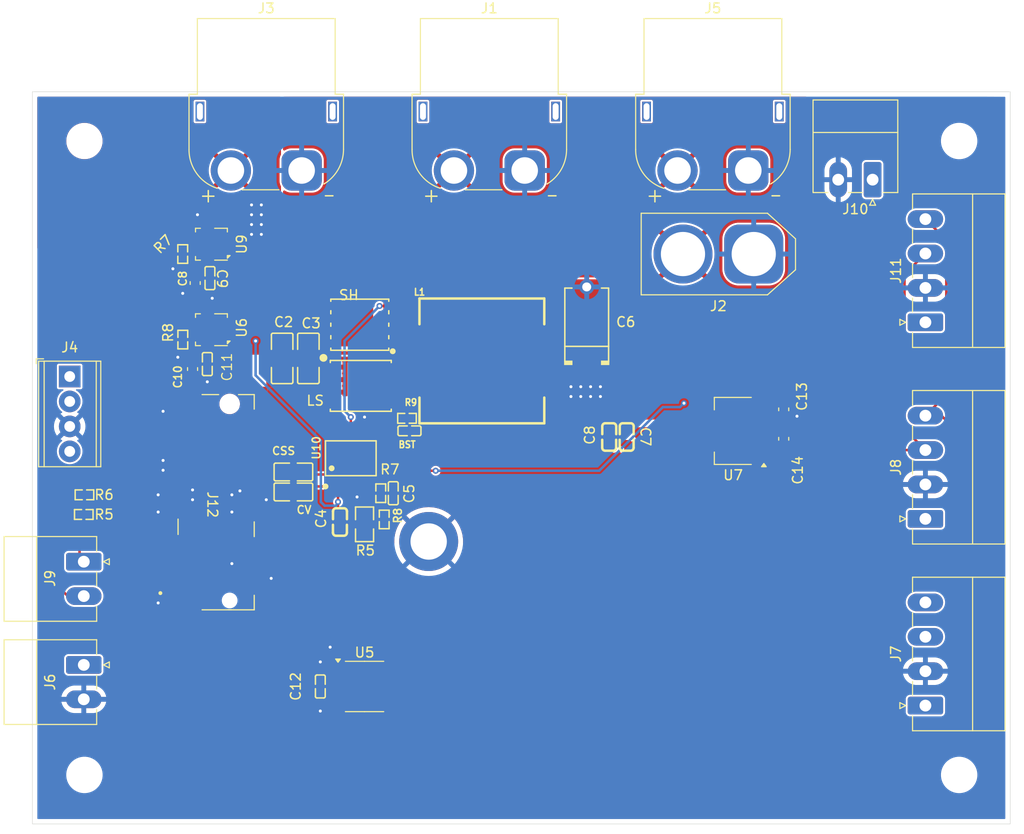
<source format=kicad_pcb>
(kicad_pcb (version 20240108) (generator "pcbnew") (generator_version "8.0")
  (layers (0 "F.Cu" signal "Top Layer") (1 "In1.Cu" signal "Inner1") (2 "In2.Cu" signal "Inner2") (31 "B.Cu" signal "Bottom Layer") (34 "B.Paste" user "Bottom Paste Mask Layer") (35 "F.Paste" user "Top Paste Mask Layer") (36 "B.SilkS" user "Bottom Silkscreen Layer") (37 "F.SilkS" user "Top Silkscreen Layer") (38 "B.Mask" user "Bottom Solder Mask Layer") (39 "F.Mask" user "Top Solder Mask Layer") (44 "Edge.Cuts" user "Multi-Layer"))
  (net 0 "")
  (net 1 "ADC1")
  (net 2 "GND")
  (net 3 "3.3V")
  (net 4 "ADC2")
  (net 5 "5V")
  (net 6 "Net-(J1-Pin_2)")
  (net 7 "Net-(J3-Pin_2)")
  (net 8 "Net-(J12-G0{slash}BUS0)")
  (net 9 "Net-(J12-G1{slash}BUS1)")
  (net 10 "Net-(J11-Pin_3)")
  (net 11 "Net-(J11-Pin_4)")
  (net 12 "SCL")
  (net 13 "SDA")
  (net 26 "TX")
  (net 48 "RX")
  (net 51 "SDA2")
  (net 52 "SCL2")
  (net 66 "Net-(U9-~{FAULT})")
  (net 67 "Net-(U6-~{FAULT})")
  (net 70 "40V")
  (net 79 "$2N1121")
  (net 80 "$2N1983")
  (net 81 "$2N1026")
  (net 82 "$2N681")
  (net 83 "$2N671")
  (net 84 "$2N2800")
  (net 85 "GATE")
  (net 86 "$2N2778")
  (net 87 "$2N2931")
  (footprint "Capacitor_SMD:C_0603_1608Metric" (layer "F.Cu") (at 267.77 77.45 -90)
    (property "Reference" "C8")
    (property "Value" "18pF" (hide yes))
  )
  (footprint "finalhand:C0603" (layer "F.Cu") (at 311.669 93.121 -90)
    (property "Reference" "C7")
    (property "Value" "")
  )
  (footprint "finalhand-easyedapro:R0402" (layer "F.Cu") (at 266.5095 83.20532 -90)
    (property "Reference" "R8")
    (property "Value" "10K" (hide yes))
  )
  (footprint "finalhand:HTSSOP-14_L5.0-W4.4-P0.65-LS6.4-BL-EP" (layer "F.Cu") (at 283.602 95.28)
    (property "Reference" "U10")
    (property "Value" "")
  )
  (footprint "finalhand:C0805" (layer "F.Cu") (at 277.76 96.677)
    (property "Reference" "CSS")
    (property "Value" "")
  )
  (footprint "Connector_Phoenix_MC:PhoenixContact_MC_1,5_2-G-3.5_1x02_P3.50mm_Horizontal" (layer "F.Cu") (at 256.4325 105.805 -90)
    (property "Reference" "J9")
    (property "Value" "Phoenix (SDA/L)" (hide yes))
  )
  (footprint "Capacitor_SMD:C_0603_1608Metric" (layer "F.Cu") (at 327.65 93.3 -90)
    (property "Reference" "C14")
    (property "Value" "10µF" (hide yes))
  )
  (footprint "Connector_Phoenix_MC:PhoenixContact_MC_1,5_2-G-3.5_1x02_P3.50mm_Horizontal" (layer "F.Cu") (at 256.4325 116.305 -90)
    (property "Reference" "J6")
    (property "Value" "Phoenix (5V,GND)" (hide yes))
  )
  (footprint "TerminalBlock_Phoenix:TerminalBlock_Phoenix_MPT-0,5-4-2.54_1x04_P2.54mm_Horizontal" (layer "F.Cu") (at 255 86.96 -90)
    (property "Reference" "J4")
    (property "Value" "2.54mm LCD" (hide yes))
  )
  (footprint "finalhand:POWERVDFN-8_L6.0-W5.0-P1.27-BL" (layer "F.Cu") (at 284.618 87.914 -90)
    (property "Reference" "LS")
    (property "Value" "")
  )
  (footprint "Sensor_Current:Allegro_QFN-12-10-1EP_3x3mm_P0.5mm" (layer "F.Cu") (at 269.5 73.5 180)
    (property "Reference" "U9")
    (property "Value" "ACS711xEXLT-31AB" (hide yes))
  )
  (footprint "finalhand:IND-SMD_L12.7-W12.7" (layer "F.Cu") (at 296.937 85.374)
    (property "Reference" "L1")
    (property "Value" "")
  )
  (footprint "finalhand-easyedapro:R0402" (layer "F.Cu") (at 266.5 74.5 -90)
    (property "Reference" "R7")
    (property "Value" "10K" (hide yes))
  )
  (footprint "Connector_AMASS:AMASS_XT60PW-F_1x02_P7.20mm_Horizontal" (layer "F.Cu") (at 324.045 66)
    (property "Reference" "J5")
    (property "Value" "XT60-PW-M" (hide yes))
  )
  (footprint "finalhand:C0603" (layer "F.Cu") (at 282.5 101.757 90)
    (property "Reference" "C4")
    (property "Value" "")
  )
  (footprint "finalhand:R0402" (layer "F.Cu") (at 286.65 98.836 90)
    (property "Reference" "R7")
    (property "Value" "")
  )
  (footprint "Sensor_Current:Allegro_QFN-12-10-1EP_3x3mm_P0.5mm" (layer "F.Cu") (at 269.5 82.2 180)
    (property "Reference" "U6")
    (property "Value" "ACS711xEXLT-31AB" (hide yes))
  )
  (footprint "finalhand:CAP-SMD_L7.3-W4.3-R-RD" (layer "F.Cu") (at 307.605 81.691 -90)
    (property "Reference" "C6")
    (property "Value" "")
  )
  (footprint "Connector_Phoenix_MC:PhoenixContact_MC_1,5_4-G-3.5_1x04_P3.50mm_Horizontal" (layer "F.Cu") (at 342.0675 101.445 90)
    (property "Reference" "J8")
    (property "Value" "Phoenix (+,-,CANH/L)")
  )
  (footprint "finalhand:C0603" (layer "F.Cu") (at 309.891 93.121 -90)
    (property "Reference" "C8")
    (property "Value" "")
  )
  (footprint "Package_TO_SOT_SMD:SOT-223-3_TabPin2" (layer "F.Cu") (at 322.5 92.5 180)
    (property "Reference" "U7")
    (property "Value" "AMS1117-3.3" (hide yes))
  )
  (footprint "finalhand:R0402" (layer "F.Cu") (at 289.317 91.216)
    (property "Reference" "R9")
    (property "Value" "")
  )
  (footprint "Capacitor_SMD:C_0603_1608Metric" (layer "F.Cu") (at 327.65 90.3 -90)
    (property "Reference" "C13")
    (property "Value" "10µF" (hide yes))
  )
  (footprint "MountingHole:MountingHole_3.2mm_M3" (layer "F.Cu") (at 256.5 127.5)
    (property "Reference" "REF**" (hide yes))
    (property "Value" "MountingHole_3.2mm_M3" (hide yes))
  )
  (footprint "Connector_Phoenix_MC:PhoenixContact_MC_1,5_2-G-3.5_1x02_P3.50mm_Horizontal" (layer "F.Cu") (at 336.695 66.9325 180)
    (property "Reference" "J10")
    (property "Value" "Phoenix (5V,GND)")
  )
  (footprint "Connector_Phoenix_MC:PhoenixContact_MC_1,5_4-G-3.5_1x04_P3.50mm_Horizontal" (layer "F.Cu") (at 342.0675 120.445 90)
    (property "Reference" "J7")
    (property "Value" "Phoenix (GPIO, 5V, GND)")
  )
  (footprint "finalhand:R0805" (layer "F.Cu") (at 285 102 -90)
    (property "Reference" "R5")
    (property "Value" "")
  )
  (footprint "finalhand-easyedapro:C0402" (layer "F.Cu") (at 269 85.7 -90)
    (property "Reference" "C11")
    (property "Value" "100nF" (hide yes))
  )
  (footprint "Connector_AMASS:AMASS_XT60-F_1x02_P7.20mm_Vertical" (layer "F.Cu") (at 324.6 74.5 180)
    (property "Reference" "J2")
    (property "Value" "XT60-PW-M" (hide yes))
  )
  (footprint "M2 Connect:micromod" (layer "F.Cu") (at 279.525 99.75 -90)
    (property "Reference" "J12")
    (property "Value" "MicroMod" (hide yes))
  )
  (footprint "MountingHole:MountingHole_3.2mm_M3" (layer "F.Cu") (at 256.5 63)
    (property "Reference" "REF**" (hide yes))
    (property "Value" "MountingHole_3.2mm_M3" (hide yes))
  )
  (footprint "finalhand:C0402" (layer "F.Cu") (at 289.571 92.486)
    (property "Reference" "BST")
    (property "Value" "")
  )
  (footprint "finalhand-easyedapro:C0402" (layer "F.Cu") (at 280.5 118.5 90)
    (property "Reference" "C12")
    (property "Value" "100nF" (hide yes))
  )
  (footprint "Connector_AMASS:AMASS_XT60PW-F_1x02_P7.20mm_Horizontal" (layer "F.Cu") (at 301.295 66)
    (property "Reference" "J1")
    (property "Value" "XT60-PW-M" (hide yes))
  )
  (footprint "finalhand:C0402" (layer "F.Cu") (at 287.92 98.836 -90)
    (property "Reference" "C5")
    (property "Value" "")
  )
  (footprint "finalhand:C1206" (layer "F.Cu") (at 279.284 85.12 90)
    (property "Reference" "C3")
    (property "Value" "")
  )
  (footprint "MountingHole:MountingHole_3.2mm_M3" (layer "F.Cu") (at 345.5 63)
    (property "Reference" "REF**" (hide yes))
    (property "Value" "MountingHole_3.2mm_M3" (hide yes))
  )
  (footprint "finalhand:DFN-8_L5.9-W5.2-P1.27-LS6.2-BL" (layer "F.Cu") (at 284.491 81.691 90)
    (property "Reference" "HS")
    (property "Value" "")
  )
  (footprint "Capacitor_SMD:C_0603_1608Metric" (layer "F.Cu") (at 267.5 86.2 -90)
    (property "Reference" "C10")
    (property "Value" "18pF" (hide yes))
  )
  (footprint "finalhand-easyedapro:R0402" (layer "F.Cu") (at 256.5 99 180)
    (property "Reference" "R6")
    (property "Value" "10K" (hide yes))
  )
  (footprint "finalhand-easyedapro:C0402" (layer "F.Cu") (at 269.27 76.95 -90)
    (property "Reference" "C9")
    (property "Value" "100nF" (hide yes))
  )
  (footprint "MountingHole:MountingHole_3.2mm_M3" (layer "F.Cu") (at 345.5 127.5)
    (property "Reference" "REF**" (hide yes))
    (property "Value" "MountingHole_3.2mm_M3" (hide yes))
  )
  (footprint "Connector_AMASS:AMASS_XT60PW-F_1x02_P7.20mm_Horizontal" (layer "F.Cu") (at 278.6 66)
    (property "Reference" "J3")
    (property "Value" "XT60-PW-M" (hide yes))
  )
  (footprint "Package_SO:SOIC-8_3.9x4.9mm_P1.27mm" (layer "F.Cu") (at 285 118.5)
    (property "Reference" "U5")
    (property "Value" "SN65HVD232" (hide yes))
  )
  (footprint "finalhand-easyedapro:R0402" (layer "F.Cu") (at 256.433 101 180)
    (property "Reference" "R5")
    (property "Value" "10K" (hide yes))
  )
  (footprint "finalhand:Pad_e949" (layer "F.Cu") (at 307.605 77.847 180)
    (property "Reference" "")
    (property "Value" "")
  )
  (footprint "finalhand:R0402" (layer "F.Cu") (at 287 101.503 90)
    (property "Reference" "R8")
    (property "Value" "")
  )
  (footprint "finalhand:C1206" (layer "F.Cu") (at 276.617 85.12 90)
    (property "Reference" "C2")
    (property "Value" "")
  )
  (footprint "Connector_Phoenix_MC:PhoenixContact_MC_1,5_4-G-3.5_1x04_P3.50mm_Horizontal" (layer "F.Cu") (at 342.0675 81.445 90)
    (property "Reference" "J11")
    (property "Value" "Phoenix (+,-,CANH/L)")
  )
  (footprint "finalhand:C0805" (layer "F.Cu") (at 277.76 98.709)
    (property "Reference" "CV")
    (property "Value" "")
  )
  (gr_rect (start 251.206 57.9882) (end 350.6978 132.4864) (stroke (width 0.05)) (fill none) (layer "Edge.Cuts"))
  (segment (start 267.77 75.73) (end 265.77 75.73) (width 0.254) (layer "F.Cu") (net 1))
  (segment (start 267.77 75.73) (end 267.77 76.675) (width 0.254) (layer "F.Cu") (net 1))
  (segment (start 268.77 74.95) (end 268.22 75.5) (width 0.254) (layer "F.Cu") (net 1))
  (segment (start 268.22 75.5) (end 268 75.5) (width 0.254) (layer "F.Cu") (net 1))
  (segment (start 268 75.5) (end 267.77 75.73) (width 0.254) (layer "F.Cu") (net 1))
  (segment (start 271.5 100.75) (end 273.55 100.75) (width 0.254) (layer "F.Cu") (net 1))
  (segment (start 265.77 75.73) (end 265.5 76) (width 0.254) (layer "F.Cu") (net 1))
  (via blind (at 271.5 100.75) (size 0.61) (drill 0.305) (layers "F.Cu" "In1.Cu") (net 1))
  (via blind (at 265.5 76) (size 0.61) (drill 0.305) (layers "F.Cu" "In1.Cu") (net 1))
  (segment (start 268 87.5) (end 269 87.5) (width 0.254) (layer "F.Cu") (net 2))
  (segment (start 328.925 91.075) (end 329 91) (width 0.254) (layer "F.Cu") (net 2))
  (segment (start 282.594 94.78) (end 281.652 93.838) (width 0.254) (layer "F.Cu") (net 2))
  (segment (start 266.775 78.225) (end 266.5 78.5) (width 0.254) (layer "F.Cu") (net 2))
  (segment (start 265.125108 107.5) (end 264 108.625108) (width 0.254) (layer "F.Cu") (net 2))
  (segment (start 266 101) (end 264.25 101) (width 0.254) (layer "F.Cu") (net 2))
  (segment (start 269.27 71.321) (end 269.27 72.05) (width 0.254) (layer "F.Cu") (net 2))
  (segment (start 280.5 117.955) (end 280.5 116) (width 0.254) (layer "F.Cu") (net 2))
  (segment (start 284.902 91.186) (end 284.999 91.089) (width 0.254) (layer "F.Cu") (net 2))
  (segment (start 283.102 94.78) (end 282.594 94.78) (width 0.254) (layer "F.Cu") (net 2))
  (segment (start 266 109) (end 265 109) (width 0.254) (layer "F.Cu") (net 2))
  (segment (start 269.27 78.77) (end 269.5 79) (width 0.254) (layer "F.Cu") (net 2))
  (segment (start 269.27 80.75) (end 269.27 79.23) (width 0.254) (layer "F.Cu") (net 2))
  (segment (start 327.65 94.075) (end 328.425 94.075) (width 0.254) (layer "F.Cu") (net 2))
  (segment (start 268.449 70.5) (end 269.27 71.321) (width 0.254) (layer "F.Cu") (net 2))
  (segment (start 281.652 93.838) (end 281.652 92.414) (width 0.254) (layer "F.Cu") (net 2))
  (segment (start 327.65 91.075) (end 328.925 91.075) (width 0.254) (layer "F.Cu") (net 2))
  (segment (start 266.775 89.4) (end 266.775 89.725) (width 0.254) (layer "F.Cu") (net 2))
  (segment (start 273.55 100.25) (end 276.25 100.25) (width 0.254) (layer "F.Cu") (net 2))
  (segment (start 267.77 78.225) (end 266.775 78.225) (width 0.254) (layer "F.Cu") (net 2))
  (segment (start 276.25 100.25) (end 276.73 99.77) (width 0.254) (layer "F.Cu") (net 2))
  (segment (start 264 99) (end 265 98) (width 0.254) (layer "F.Cu") (net 2))
  (segment (start 264.1 110.1) (end 264 110) (width 0.254) (layer "F.Cu") (net 2))
  (segment (start 269 86.245) (end 269 87.5) (width 0.254) (layer "F.Cu") (net 2))
  (segment (start 266 107.5) (end 265.125108 107.5) (width 0.254) (layer "F.Cu") (net 2))
  (segment (start 269.27 77.495) (end 269.27 78.77) (width 0.254) (layer "F.Cu") (net 2))
  (segment (start 265 98) (end 266 98) (width 0.254) (layer "F.Cu") (net 2))
  (segment (start 264.5 99.5) (end 264 99) (width 0.254) (layer "F.Cu") (net 2))
  (segment (start 269.27 79.23) (end 269.5 79) (width 0.254) (layer "F.Cu") (net 2))
  (segment (start 284.902 92.414) (end 284.902 91.186) (width 0.254) (layer "F.Cu") (net 2))
  (segment (start 268 70.5) (end 268.449 70.5) (width 0.254) (layer "F.Cu") (net 2))
  (segment (start 267.5 87) (end 268 87.5) (width 0.254) (layer "F.Cu") (net 2))
  (segment (start 266.775 110.1) (end 264.1 110.1) (width 0.254) (layer "F.Cu") (net 2))
  (segment (start 264.25 101) (end 264 100.75) (width 0.254) (layer "F.Cu") (net 2))
  (segment (start 266 99.5) (end 264.5 99.5) (width 0.254) (layer "F.Cu") (net 2))
  (segment (start 282.435 117.955) (end 282.525 117.865) (width 0.254) (layer "F.Cu") (net 2))
  (segment (start 265 109) (end 264 110) (width 0.254) (layer "F.Cu") (net 2))
  (segment (start 280.5 117.955) (end 282.435 117.955) (width 0.254) (layer "F.Cu") (net 2))
  (segment (start 264 108.625108) (end 264 110) (width 0.254) (layer "F.Cu") (net 2))
  (segment (start 267.5 86.975) (end 267.5 87) (width 0.254) (layer "F.Cu") (net 2))
  (segment (start 266 90.5) (end 264.5 90.5) (width 0.254) (layer "F.Cu") (net 2))
  (segment (start 276.73 99.77) (end 276.73 98.709) (width 0.254) (layer "F.Cu") (net 2))
  (segment (start 328.425 94.075) (end 329 93.5) (width 0.254) (layer "F.Cu") (net 2))
  (segment (start 329 93.5) (end 329 91) (width 0.254) (layer "F.Cu") (net 2))
  (via (at 264.5 90.5) (size 0.61) (drill 0.305) (layers "F.Cu" "B.Cu") (net 2))
  (via (at 264 110) (size 0.61) (drill 0.305) (layers "F.Cu" "B.Cu") (net 2))
  (via (at 284.999 91.089) (size 0.61) (drill 0.305) (layers "F.Cu" "B.Cu") (net 2))
  (via (at 264 100.75) (size 0.61) (drill 0.305) (layers "F.Cu" "B.Cu") (net 2))
  (via (at 269.5 79) (size 0.61) (drill 0.305) (layers "F.Cu" "B.Cu") (net 2))
  (via (at 284.237 99.217) (size 0.61) (drill 0.305) (layers "F.Cu" "B.Cu") (net 2))
  (via (at 280.5 116) (size 0.61) (drill 0.305) (layers "F.Cu" "B.Cu") (net 2))
  (via (at 329 91) (size 0.61) (drill 0.305) (layers "F.Cu" "B.Cu") (net 2))
  (via (at 269 87.5) (size 0.61) (drill 0.305) (layers "F.Cu" "B.Cu") (net 2))
  (via (at 264 99) (size 0.61) (drill 0.305) (layers "F.Cu" "B.Cu") (net 2))
  (via (at 268 70.5) (size 0.61) (drill 0.305) (layers "F.Cu" "B.Cu") (net 2))
  (via (at 266.5 78.5) (size 0.61) (drill 0.305) (layers "F.Cu" "B.Cu") (net 2))
  (segment (start 283.25 108.75) (end 283.5 108.75) (width 0.254) (layer "F.Cu") (net 3))
  (segment (start 262.5 87) (end 264.87618 84.62382) (width 0.254) (layer "F.Cu") (net 3))
  (segment (start 279.976 119.045) (end 279 118.069) (width 0.254) (layer "F.Cu") (net 3))
  (segment (start 280.75 108.75) (end 281 108.75) (width 0.254) (layer "F.Cu") (net 3))
  (segment (start 327.65 92.525) (end 325.675 92.525) (width 0.254) (layer "F.Cu") (net 3))
  (segment (start 265.903 74.86) (end 265.976 74.933) (width 0.254) (layer "F.Cu") (net 3))
  (segment (start 282.525 119.135) (end 280.59 119.135) (width 0.254) (layer "F.Cu") (net 3))
  (segment (start 280.59 119.135) (end 280.5 119.045) (width 0.254) (layer "F.Cu") (net 3))
  (segment (start 260 78.5) (end 263 75.5) (width 0.254) (layer "F.Cu") (net 3))
  (segment (start 269.27 74.95) (end 269.747 74.473) (width 0.254) (layer "F.Cu") (net 3))
  (segment (start 262.5 111.5) (end 263.5 112.5) (width 0.254) (layer "F.Cu") (net 3))
  (segment (start 264.87618 84.62382) (end 265 84.62382) (width 0.254) (layer "F.Cu") (net 3))
  (segment (start 260 100.5) (end 260 78.5) (width 0.254) (layer "F.Cu") (net 3))
  (segment (start 280.5 119.045) (end 279.976 119.045) (width 0.254) (layer "F.Cu") (net 3))
  (segment (start 265.9855 83.63832) (end 265 84.62382) (width 0.254) (layer "F.Cu") (net 3))
  (segment (start 265 86.5) (end 265 87.5) (width 0.254) (layer "F.Cu") (net 3))
  (segment (start 325.65 92.5) (end 319.35 92.5) (width 0.762) (layer "F.Cu") (net 3))
  (segment (start 269.27 74.95) (end 269.27 76.405) (width 0.254) (layer "F.Cu") (net 3))
  (segment (start 264 75.5) (end 265.903 73.597) (width 0.254) (layer "F.Cu") (net 3))
  (segment (start 265.903 73.597) (end 265.903 73.5) (width 0.254) (layer "F.Cu") (net 3))
  (segment (start 280 108.75) (end 281 108.75) (width 0.254) (layer "F.Cu") (net 3))
  (segment (start 263.5 112.5) (end 277 112.5) (width 0.254) (layer "F.Cu") (net 3))
  (segment (start 269 85.155) (end 269.27 84.885) (width 0.254) (layer "F.Cu") (net 3))
  (segment (start 265.903 73.5) (end 265.903 74.86) (width 0.254) (layer "F.Cu") (net 3))
  (segment (start 270 87.5) (end 270 85.5) (width 0.254) (layer "F.Cu") (net 3))
  (segment (start 269.368 88.132) (end 270 87.5) (width 0.254) (layer "F.Cu") (net 3))
  (segment (start 265 87.5) (end 265.632 88.132) (width 0.254) (layer "F.Cu") (net 3))
  (segment (start 265.903 70.597) (end 265.903 73.5) (width 0.254) (layer "F.Cu") (net 3))
  (segment (start 259 101) (end 260 102) (width 0.254) (layer "F.Cu") (net 3))
  (segment (start 281 108.75) (end 283.5 108.75) (width 0.254) (layer "F.Cu") (net 3))
  (segment (start 279 113) (end 279.5 112.5) (width 0.254) (layer "F.Cu") (net 3))
  (segment (start 260 112) (end 262 114) (width 0.254) (layer "F.Cu") (net 3))
  (segment (start 279 118.069) (end 279 113) (width 0.254) (layer "F.Cu") (net 3))
  (segment (start 270 85.5) (end 269.655 85.155) (width 0.254) (layer "F.Cu") (net 3))
  (segment (start 256.933 99) (end 258.5 99) (width 0.254) (layer "F.Cu") (net 3))
  (segment (start 258.5 99) (end 260 100.5) (width 0.254) (layer "F.Cu") (net 3))
  (segment (start 263 75.5) (end 264 75.5) (width 0.254) (layer "F.Cu") (net 3))
  (segment (start 262.5 87) (end 262.5 111.5) (width 0.254) (layer "F.Cu") (net 3))
  (segment (start 260 102) (end 260 100.5) (width 0.254) (layer "F.Cu") (net 3))
  (segment (start 265.976 74.933) (end 266 74.933) (width 0.254) (layer "F.Cu") (net 3))
  (segment (start 262 114) (end 278 114) (width 0.254) (layer "F.Cu") (net 3))
  (segment (start 269.27 84.885) (end 269.27 83.65) (width 0.254) (layer "F.Cu") (net 3))
  (segment (start 303.1 108.75) (end 319.35 92.5) (width 0.254) (layer "F.Cu") (net 3))
  (segment (start 256.866 101) (end 259 101) (width 0.254) (layer "F.Cu") (net 3))
  (segment (start 325.675 92.525) (end 325.65 92.5) (width 0.254) (layer "F.Cu") (net 3))
  (segment (start 260 102) (end 260 112) (width 0.254) (layer "F.Cu") (net 3))
  (segment (start 266.5095 83.63832) (end 265.9855 83.63832) (width 0.254) (layer "F.Cu") (net 3))
  (segment (start 278.5 108.75) (end 280 108.75) (width 0.254) (layer "F.Cu") (net 3))
  (segment (start 269.747 70.747) (end 268.5 69.5) (width 0.254) (layer "F.Cu") (net 3))
  (segment (start 279.5 112.5) (end 283.25 108.75) (width 0.254) (layer "F.Cu") (net 3))
  (segment (start 283.5 108.75) (end 303.1 108.75) (width 0.254) (layer "F.Cu") (net 3))
  (segment (start 265 84.62382) (end 265 86.5) (width 0.254) (layer "F.Cu") (net 3))
  (segment (start 268.5 69.5) (end 267 69.5) (width 0.254) (layer "F.Cu") (net 3))
  (segment (start 277 112.5) (end 280.75 108.75) (width 0.254) (layer "F.Cu") (net 3))
  (segment (start 269.655 85.155) (end 269 85.155) (width 0.254) (layer "F.Cu") (net 3))
  (segment (start 267 69.5) (end 265.903 70.597) (width 0.254) (layer "F.Cu") (net 3))
  (segment (start 269.747 74.473) (end 269.747 70.747) (width 0.254) (layer "F.Cu") (net 3))
  (segment (start 278 114) (end 279.5 112.5) (width 0.254) (layer "F.Cu") (net 3))
  (segment (start 265.632 88.132) (end 269.368 88.132) (width 0.254) (layer "F.Cu") (net 3))
  (segment (start 273.55 108.75) (end 278.5 108.75) (width 0.254) (layer "F.Cu") (net 3))
  (segment (start 266.5 74.933) (end 266 74.933) (width 0.254) (layer "F.Cu") (net 3))
  (segment (start 266 85) (end 267 85) (width 0.254) (layer "F.Cu") (net 4))
  (segment (start 271.5 99) (end 272.25 99.75) (width 0.254) (layer "F.Cu") (net 4))
  (segment (start 267.5 84.5) (end 267.5 85.425) (width 0.254) (layer "F.Cu") (net 4))
  (segment (start 267 85) (end 267.5 84.5) (width 0.254) (layer "F.Cu") (net 4))
  (segment (start 272.25 99.75) (end 273.55 99.75) (width 0.254) (layer "F.Cu") (net 4))
  (segment (start 268.77 83.65) (end 268.35 83.65) (width 0.254) (layer "F.Cu") (net 4))
  (segment (start 268.35 83.65) (end 267.5 84.5) (width 0.254) (layer "F.Cu") (net 4))
  (via blind (at 266 85) (size 0.61) (drill 0.305) (layers "F.Cu" "In1.Cu") (net 4))
  (via blind (at 271.5 99) (size 0.61) (drill 0.305) (layers "F.Cu" "In1.Cu") (net 4))
  (segment (start 289.661 96.55) (end 287.92 98.291) (width 0.254) (layer "F.Cu") (net 5))
  (segment (start 313.026624 85.2025) (end 317.500124 89.676) (width 0.254) (layer "F.Cu") (net 5))
  (segment (start 307.605 85.2025) (end 313.026624 85.2025) (width 0.254) (layer "F.Cu") (net 5))
  (segment (start 323.176 89.676) (end 323.7 90.2) (width 0.254) (layer "F.Cu") (net 5))
  (segment (start 323.7 90.2) (end 325.65 90.2) (width 0.254) (layer "F.Cu") (net 5))
  (segment (start 292.238 96.55) (end 289.661 96.55) (width 0.254) (layer "F.Cu") (net 5))
  (segment (start 286.6355 98.291) (end 286.523 98.403) (width 0.254) (layer "F.Cu") (net 5))
  (segment (start 287.92 98.291) (end 286.6355 98.291) (width 0.254) (layer "F.Cu") (net 5))
  (segment (start 317.500124 89.676) (end 323.176 89.676) (width 0.254) (layer "F.Cu") (net 5))
  (via blind (at 306 88) (size 0.61) (drill 0.305) (layers "F.Cu" "In1.Cu") (net 5))
  (via blind (at 309 88) (size 0.61) (drill 0.305) (layers "F.Cu" "In1.Cu") (net 5))
  (via blind (at 307 89) (size 0.61) (drill 0.305) (layers "F.Cu" "In1.Cu") (net 5))
  (via blind (at 307 88) (size 0.61) (drill 0.305) (layers "F.Cu" "In1.Cu") (net 5))
  (via (at 292.238 96.55) (size 0.61) (drill 0.305) (layers "F.Cu" "B.Cu") (net 5))
  (via blind (at 309 89) (size 0.61) (drill 0.305) (layers "F.Cu" "In1.Cu") (net 5))
  (via (at 317.500124 89.676) (size 0.61) (drill 0.305) (layers "F.Cu" "B.Cu") (net 5))
  (via blind (at 308 89) (size 0.61) (drill 0.305) (layers "F.Cu" "In1.Cu") (net 5))
  (via blind (at 306 89) (size 0.61) (drill 0.305) (layers "F.Cu" "In1.Cu") (net 5))
  (via blind (at 308 88) (size 0.61) (drill 0.305) (layers "F.Cu" "In1.Cu") (net 5))
  (segment (start 315.352 90.073) (end 317.103124 90.073) (width 0.254) (layer "B.Cu") (net 5))
  (segment (start 317.103124 90.073) (end 317.500124 89.676) (width 0.254) (layer "B.Cu") (net 5))
  (segment (start 308.875 96.55) (end 315.352 90.073) (width 0.254) (layer "B.Cu") (net 5))
  (segment (start 292.238 96.55) (end 308.875 96.55) (width 0.254) (layer "B.Cu") (net 5))
  (segment (start 270.185 81.8) (end 270.185 81.6) (width 0.254) (layer "F.Cu") (net 6))
  (segment (start 270.201 73.916) (end 270.201 73.9) (width 0.254) (layer "F.Cu") (net 6))
  (segment (start 270.185 81.6) (end 270.285 81.5) (width 0.254) (layer "F.Cu") (net 6))
  (segment (start 270.285 74.2) (end 270.62 74.2) (width 0.254) (layer "F.Cu") (net 6))
  (segment (start 270.82 74) (end 270.285 74) (width 0.254) (layer "F.Cu") (net 6))
  (segment (start 270.285 74) (end 270.201 73.916) (width 0.254) (layer "F.Cu") (net 6))
  (segment (start 270.72 81.8) (end 270.82 81.7) (width 0.254) (layer "F.Cu") (net 6))
  (segment (start 270.62 74.2) (end 270.82 74) (width 0.254) (layer "F.Cu") (net 6))
  (segment (start 270.285 73.984) (end 270.201 73.9) (width 0.254) (layer "F.Cu") (net 6))
  (segment (start 270.485 81.7) (end 270.285 81.5) (width 0.254) (layer "F.Cu") (net 6))
  (segment (start 270.82 81.7) (end 270.485 81.7) (width 0.254) (layer "F.Cu") (net 6))
  (segment (start 270.185 81.8) (end 270.72 81.8) (width 0.254) (layer "F.Cu") (net 6))
  (segment (start 270.285 74.2) (end 270.285 73.984) (width 0.254) (layer "F.Cu") (net 6))
  (segment (start 270.485 73) (end 270.285 72.8) (width 0.254) (layer "F.Cu") (net 7))
  (segment (start 270.285 73.016) (end 270.201 73.1) (width 0.254) (layer "F.Cu") (net 7))
  (segment (start 270.82 73) (end 270.285 73) (width 0.254) (layer "F.Cu") (net 7))
  (segment (start 270.285 73) (end 270.201 73.084) (width 0.254) (layer "F.Cu") (net 7))
  (segment (start 270.201 73.084) (end 270.201 73.1) (width 0.254) (layer "F.Cu") (net 7))
  (segment (start 270.82 73) (end 270.485 73) (width 0.254) (layer "F.Cu") (net 7))
  (segment (start 270.285 72.8) (end 270.285 73.016) (width 0.254) (layer "F.Cu") (net 7))
  (via blind (at 274.5 71.5) (size 0.61) (drill 0.305) (layers "F.Cu" "In2.Cu") (net 7))
  (via blind (at 274.5 70.5) (size 0.61) (drill 0.305) (layers "F.Cu" "In2.Cu") (net 7))
  (via blind (at 273.5 69.5) (size 0.61) (drill 0.305) (layers "F.Cu" "In2.Cu") (net 7))
  (via blind (at 274.5 72.5) (size 0.61) (drill 0.305) (layers "F.Cu" "In2.Cu") (net 7))
  (via blind (at 273.5 70.5) (size 0.61) (drill 0.305) (layers "F.Cu" "In2.Cu") (net 7))
  (via blind (at 274.5 69.5) (size 0.61) (drill 0.305) (layers "F.Cu" "In2.Cu") (net 7))
  (via blind (at 273.5 72.5) (size 0.61) (drill 0.305) (layers "F.Cu" "In2.Cu") (net 7))
  (via blind (at 273.5 71.5) (size 0.61) (drill 0.305) (layers "F.Cu" "In2.Cu") (net 7))
  (segment (start 274.75 99.25) (end 275 99.5) (width 0.254) (layer "F.Cu") (net 8))
  (segment (start 273.55 99.25) (end 274.75 99.25) (width 0.254) (layer "F.Cu") (net 8))
  (via blind (at 275 99.5) (size 0.61) (drill 0.305) (layers "F.Cu" "In1.Cu") (net 8))
  (segment (start 272.675108 98.75) (end 273.55 98.75) (width 0.254) (layer "F.Cu") (net 9))
  (segment (start 272.524062 98.598954) (end 272.675108 98.75) (width 0.254) (layer "F.Cu") (net 9))
  (segment (start 272.318271 98.598954) (end 272.524062 98.598954) (width 0.254) (layer "F.Cu") (net 9))
  (via blind (at 272.318271 98.598954) (size 0.61) (drill 0.305) (layers "F.Cu" "In1.Cu") (net 9))
  (segment (start 335 107.75) (end 338 104.75) (width 0.254) (layer "F.Cu") (net 10))
  (segment (start 339.305 94.445) (end 342.0675 94.445) (width 0.254) (layer "F.Cu") (net 10))
  (segment (start 335 116.75) (end 335 107.75) (width 0.254) (layer "F.Cu") (net 10))
  (segment (start 342.0675 74.445) (end 339.9405 76.572) (width 0.254) (layer "F.Cu") (net 10))
  (segment (start 339.9405 92.318) (end 342.0675 94.445) (width 0.254) (layer "F.Cu") (net 10))
  (segment (start 333.885 117.865) (end 335 116.75) (width 0.254) (layer "F.Cu") (net 10))
  (segment (start 287.475 117.865) (end 333.885 117.865) (width 0.254) (layer "F.Cu") (net 10))
  (segment (start 338 95.75) (end 339.305 94.445) (width 0.254) (layer "F.Cu") (net 10))
  (segment (start 338 104.75) (end 338 95.75) (width 0.254) (layer "F.Cu") (net 10))
  (segment (start 339.9405 76.572) (end 339.9405 92.318) (width 0.254) (layer "F.Cu") (net 10))
  (segment (start 336 108.25) (end 336 117.5) (width 0.254) (layer "F.Cu") (net 11))
  (segment (start 345 103.75) (end 343 105.75) (width 0.254) (layer "F.Cu") (net 11))
  (segment (start 343.695 90.945) (end 345 92.25) (width 0.254) (layer "F.Cu") (net 11))
  (segment (start 338.5 105.75) (end 336 108.25) (width 0.254) (layer "F.Cu") (net 11))
  (segment (start 334.5 119) (end 336 117.5) (width 0.254) (layer "F.Cu") (net 11))
  (segment (start 344.1945 88.818) (end 342.0675 90.945) (width 0.254) (layer "F.Cu") (net 11))
  (segment (start 342.0675 70.945) (end 344.1945 73.072) (width 0.254) (layer "F.Cu") (net 11))
  (segment (start 345 92.25) (end 345 103.75) (width 0.254) (layer "F.Cu") (net 11))
  (segment (start 287.61 119) (end 334.5 119) (width 0.254) (layer "F.Cu") (net 11))
  (segment (start 344.1945 73.072) (end 344.1945 88.818) (width 0.254) (layer "F.Cu") (net 11))
  (segment (start 287.475 119.135) (end 287.61 119) (width 0.254) (layer "F.Cu") (net 11))
  (segment (start 343 105.75) (end 338.5 105.75) (width 0.254) (layer "F.Cu") (net 11))
  (segment (start 254.805 109.305) (end 254 108.5) (width 0.254) (layer "F.Cu") (net 12))
  (segment (start 254 108.5) (end 254 99.5) (width 0.254) (layer "F.Cu") (net 12))
  (segment (start 254 99.5) (end 254.5 99) (width 0.254) (layer "F.Cu") (net 12))
  (segment (start 274.424892 105.75) (end 273.55 105.75) (width 0.254) (layer "F.Cu") (net 12))
  (segment (start 275.5 107.5) (end 275.5 106.825108) (width 0.254) (layer "F.Cu") (net 12))
  (segment (start 256.4325 109.305) (end 254.805 109.305) (width 0.254) (layer "F.Cu") (net 12))
  (segment (start 254.5 99) (end 256.067 99) (width 0.254) (layer "F.Cu") (net 12))
  (segment (start 275.5 106.825108) (end 274.424892 105.75) (width 0.254) (layer "F.Cu") (net 12))
  (via blind (at 275.5 107.5) (size 0.61) (drill 0.305) (layers "F.Cu" "In1.Cu") (net 12))
  (segment (start 271.75 106.25) (end 273.55 106.25) (width 0.254) (layer "F.Cu") (net 13))
  (segment (start 256 105.3725) (end 256 101) (width 0.254) (layer "F.Cu") (net 13))
  (segment (start 256.4325 105.805) (end 256 105.3725) (width 0.254) (layer "F.Cu") (net 13))
  (segment (start 271.5 106) (end 271.75 106.25) (width 0.254) (layer "F.Cu") (net 13))
  (via blind (at 271.5 106) (size 0.61) (drill 0.305) (layers "F.Cu" "In1.Cu") (net 13))
  (segment (start 282.525 115.525) (end 281.5 114.5) (width 0.254) (layer "F.Cu") (net 26))
  (segment (start 267.5 98.5) (end 266 98.5) (width 0.254) (layer "F.Cu") (net 26))
  (segment (start 282.525 116.595) (end 282.525 115.525) (width 0.254) (layer "F.Cu") (net 26))
  (via blind (at 281.5 114.5) (size 0.61) (drill 0.305) (layers "F.Cu" "In1.Cu") (net 26))
  (via blind (at 267.5 98.5) (size 0.61) (drill 0.305) (layers "F.Cu" "In1.Cu") (net 26))
  (segment (start 267 99) (end 266 99) (width 0.254) (layer "F.Cu") (net 48))
  (segment (start 281.93 121) (end 280.5 121) (width 0.254) (layer "F.Cu") (net 48))
  (segment (start 282.525 120.405) (end 281.93 121) (width 0.254) (layer "F.Cu") (net 48))
  (segment (start 267.5 99.5) (end 267 99) (width 0.254) (layer "F.Cu") (net 48))
  (via blind (at 267.5 99.5) (size 0.61) (drill 0.305) (layers "F.Cu" "In1.Cu") (net 48))
  (via blind (at 280.5 121) (size 0.61) (drill 0.305) (layers "F.Cu" "In1.Cu") (net 48))
  (segment (start 266 96.5) (end 264.5 96.5) (width 0.254) (layer "F.Cu") (net 51))
  (via blind (at 264.5 96.5) (size 0.61) (drill 0.305) (layers "F.Cu" "In1.Cu") (net 51))
  (segment (start 265 96) (end 264.5 95.5) (width 0.254) (layer "F.Cu") (net 52))
  (segment (start 266 96) (end 265 96) (width 0.254) (layer "F.Cu") (net 52))
  (via blind (at 264.5 95.5) (size 0.61) (drill 0.305) (layers "F.Cu" "In1.Cu") (net 52))
  (segment (start 267.541 72.05) (end 266.5 73.091) (width 0.254) (layer "F.Cu") (net 66))
  (segment (start 268.77 72.05) (end 267.541 72.05) (width 0.254) (layer "F.Cu") (net 66))
  (segment (start 266.5 73.091) (end 266.5 74.067) (width 0.254) (layer "F.Cu") (net 66))
  (segment (start 266.5095 82.77232) (end 266.5095 81.7815) (width 0.254) (layer "F.Cu") (net 67))
  (segment (start 266.5095 81.7815) (end 267.541 80.75) (width 0.254) (layer "F.Cu") (net 67))
  (segment (start 267.541 80.75) (end 268.77 80.75) (width 0.254) (layer "F.Cu") (net 67))
  (segment (start 270.185 82.6) (end 270.72 82.6) (width 0.254) (layer "F.Cu") (net 70))
  (segment (start 270.62 82.9) (end 270.82 82.7) (width 0.254) (layer "F.Cu") (net 70))
  (segment (start 284.443 103) (end 282.5 101.057) (width 0.254) (layer "F.Cu") (net 70))
  (segment (start 270.285 82.9) (end 270.62 82.9) (width 0.254) (layer "F.Cu") (net 70))
  (segment (start 282.302 99.7185) (end 282.302 98.146) (width 0.254) (layer "F.Cu") (net 70))
  (segment (start 285 103) (end 284.443 103) (width 0.254) (layer "F.Cu") (net 70))
  (segment (start 270.185 82.6) (end 270.185 82.8) (width 0.254) (layer "F.Cu") (net 70))
  (segment (start 282.302 100.859) (end 282.5 101.057) (width 0.254) (layer "F.Cu") (net 70))
  (segment (start 270.185 82.8) (end 270.285 82.9) (width 0.254) (layer "F.Cu") (net 70))
  (segment (start 282.302 99.7185) (end 282.302 100.859) (width 0.254) (layer "F.Cu") (net 70))
  (segment (start 270.72 82.6) (end 270.82 82.7) (width 0.254) (layer "F.Cu") (net 70))
  (via (at 273.916 83.343) (size 0.61) (drill 0.305) (layers "F.Cu" "B.Cu") (net 70))
  (via (at 282.302 99.7185) (size 0.61) (drill 0.305) (layers "F.Cu" "B.Cu") (net 70))
  (segment (start 273.916 86.843) (end 273.916 83.343) (width 0.254) (layer "B.Cu") (net 70))
  (segment (start 282.332 99.852) (end 282.078 100.106) (width 0.254) (layer "B.Cu") (net 70))
  (segment (start 280.554 99.725) (end 280.554 93.481) (width 0.254) (layer "B.Cu") (net 70))
  (segment (start 280.554 93.481) (end 273.916 86.843) (width 0.254) (layer "B.Cu") (net 70))
  (segment (start 282.078 100.106) (end 280.935 100.106) (width 0.254) (layer "B.Cu") (net 70))
  (segment (start 280.935 100.106) (end 280.554 99.725) (width 0.254) (layer "B.Cu") (net 70))
  (segment (start 279.353 98.146) (end 278.79 98.709) (width 0.254) (layer "F.Cu") (net 79))
  (segment (start 281.652 98.146) (end 279.353 98.146) (width 0.254) (layer "F.Cu") (net 79))
  (segment (start 286.65 99.269) (end 286.65 100.72) (width 0.254) (layer "F.Cu") (net 80))
  (segment (start 286.65 100.72) (end 287 101.07) (width 0.254) (layer "F.Cu") (net 80))
  (segment (start 286.00975 101.89325) (end 286.833 101.07) (width 0.254) (layer "F.Cu") (net 80))
  (segment (start 283.602 101.51075) (end 283.9845 101.89325) (width 0.254) (layer "F.Cu") (net 80))
  (segment (start 283.602 98.146) (end 283.602 101.51075) (width 0.254) (layer "F.Cu") (net 80))
  (segment (start 286.523 99.269) (end 286.6355 99.381) (width 0.254) (layer "F.Cu") (net 80))
  (segment (start 286.833 101.07) (end 287 101.07) (width 0.254) (layer "F.Cu") (net 80))
  (segment (start 283.9845 101.89325) (end 286.00975 101.89325) (width 0.254) (layer "F.Cu") (net 80))
  (segment (start 286.6355 99.381) (end 287.92 99.381) (width 0.254) (layer "F.Cu") (net 80))
  (segment (start 278.79 96.677) (end 279.044 96.931) (width 0.254) (layer "F.Cu") (net 81))
  (segment (start 279.044 96.931) (end 284.6105 96.931) (width 0.254) (layer "F.Cu") (net 81))
  (segment (start 284.902 97.2225) (end 284.902 98.146) (width 0.254) (layer "F.Cu") (net 81))
  (segment (start 284.6105 96.931) (end 284.902 97.2225) (width 0.254) (layer "F.Cu") (net 81))
  (segment (start 285.552 100.448) (end 285.552 98.146) (width 0.254) (layer "F.Cu") (net 82))
  (segment (start 285 101) (end 285.552 100.448) (width 0.254) (layer "F.Cu") (net 82))
  (segment (start 288.989 92.449) (end 289.026 92.486) (width 0.254) (layer "F.Cu") (net 83))
  (segment (start 286.722 92.852) (end 285.818 93.756) (width 0.254) (layer "F.Cu") (net 83))
  (segment (start 288.989 92.449) (end 288.1175 92.449) (width 0.254) (layer "F.Cu") (net 83))
  (segment (start 282.952 93.36) (end 282.952 92.414) (width 0.254) (layer "F.Cu") (net 83))
  (segment (start 288.1175 92.449) (end 287.7145 92.852) (width 0.254) (layer "F.Cu") (net 83))
  (segment (start 285.818 93.756) (end 283.348 93.756) (width 0.254) (layer "F.Cu") (net 83))
  (segment (start 287.7145 92.852) (end 286.722 92.852) (width 0.254) (layer "F.Cu") (net 83))
  (segment (start 283.348 93.756) (end 282.952 93.36) (width 0.254) (layer "F.Cu") (net 83))
  (segment (start 282.302 91.4215) (end 282.302 92.414) (width 0.254) (layer "F.Cu") (net 84))
  (segment (start 281.5925 89.819) (end 281.5925 90.712) (width 0.254) (layer "F.Cu") (net 84))
  (segment (start 281.5925 90.712) (end 282.302 91.4215) (width 0.254) (layer "F.Cu") (net 84))
  (segment (start 283.602 91.089) (end 283.602 92.414) (width 0.254) (layer "F.Cu") (net 85))
  (segment (start 286.523 79.786) (end 287.416 79.786) (width 0.254) (layer "F.Cu") (net 85))
  (via (at 283.602 91.089) (size 0.61) (drill 0.305) (layers "F.Cu" "B.Cu") (net 85))
  (via (at 286.523 79.786) (size 0.61) (drill 0.305) (layers "F.Cu" "B.Cu") (net 85))
  (segment (start 283.602 91.089) (end 282.967 90.454) (width 0.254) (layer "B.Cu") (net 85))
  (segment (start 286.523 79.786) (end 282.967 83.342) (width 0.254) (layer "B.Cu") (net 85))
  (segment (start 282.967 83.342) (end 282.967 90.454) (width 0.254) (layer "B.Cu") (net 85))
  (segment (start 284.252 88.93) (end 284.768 88.414) (width 0.254) (layer "F.Cu") (net 86))
  (segment (start 284.252 92.414) (end 284.252 88.93) (width 0.254) (layer "F.Cu") (net 86))
  (segment (start 284.768 88.414) (end 285.268 87.914) (width 0.254) (layer "F.Cu") (net 86))
  (segment (start 288.884 91.216) (end 286.75 91.216) (width 0.254) (layer "F.Cu") (net 87))
  (segment (start 286.75 91.216) (end 285.552 92.414) (width 0.254) (layer "F.Cu") (net 87))
  (zone (net 6) (net_name "Net-(J1-Pin_2)") (layer "F.Cu") (priority 2) (connect_pads (clearance 0.152)) (min_thickness 0.25) (fill yes (thermal_gap 0.5) (thermal_bridge_width 0.5))
    (polygon (pts (xy 269.5 82) (xy 270 73.5) (xy 272.5 73.5) (xy 272.5 82)))
  )
  (zone (net 86) (net_name "$2N2778") (layer "F.Cu") (priority 498) (connect_pads (clearance 0.152)) (min_thickness 0.127) (fill yes (thermal_gap 0.5) (thermal_bridge_width 0.5))
    (polygon (pts (xy 294.016 94.264) (xy 289.571 94.264) (xy 289.571 90.2) (xy 294.016 90.2)))
  )
  (zone (net 7) (net_name "Net-(J3-Pin_2)") (layer "F.Cu") (priority 5) (connect_pads (clearance 0.152)) (min_thickness 0.25) (fill yes (thermal_gap 0.5) (thermal_bridge_width 0.5))
    (polygon (pts (xy 251.5 58.5) (xy 276.5 58.5) (xy 276.5 73.5) (xy 270 73.5) (xy 270 74) (xy 251.5 74)))
  )
  (zone (net 2) (net_name "GND") (layer "F.Cu") (priority 493) (connect_pads (clearance 0.152)) (min_thickness 0.127) (fill yes (thermal_gap 0.5) (thermal_bridge_width 0.5))
    (polygon (pts (xy 329.9305 103.9555) (xy 274.6005 103.9555) (xy 274.6005 92.1305) (xy 329.9305 92.1305)))
  )
  (zone (net 86) (net_name "$2N2778") (layer "F.Cu") (priority 499) (connect_pads (clearance 0.152)) (min_thickness 0.127) (fill yes (thermal_gap 0.5) (thermal_bridge_width 0.5))
    (polygon (pts (xy 296.5 90.5) (xy 286.366 90.5) (xy 286.366 80.421) (xy 296.5 80.421)))
  )
  (zone (net 2) (net_name "GND") (layer "F.Cu") (priority 500) (connect_pads (clearance 0.152)) (min_thickness 0.127) (fill yes (thermal_gap 0.5) (thermal_bridge_width 0.5))
    (polygon (pts (xy 280.046 94.391) (xy 280.046 88.041) (xy 275.093 88.041) (xy 275.093 94.391)))
  )
  (zone (net 6) (net_name "Net-(J1-Pin_2)") (layer "F.Cu") (priority 1) (connect_pads (clearance 0.152)) (min_thickness 0.25) (fill yes (thermal_gap 0.5) (thermal_bridge_width 0.5))
    (polygon (pts (xy 270 73.5) (xy 276.5 73.5) (xy 276.5 58.5) (xy 330 58) (xy 330 77) (xy 270 77)))
  )
  (zone (net 5) (net_name "5V") (layer "F.Cu") (priority 495) (connect_pads (clearance 0.152)) (min_thickness 0.127) (fill yes (thermal_gap 0.5) (thermal_bridge_width 0.5))
    (polygon (pts (xy 329.416 91.343) (xy 304.938 91.343) (xy 305 80) (xy 329.5 80)))
  )
  (zone (net 2) (net_name "GND") (layer "F.Cu") (priority 494) (connect_pads (clearance 0.152)) (min_thickness 0.127) (fill yes (thermal_gap 0.5) (thermal_bridge_width 0.5))
    (polygon (pts (xy 278.121 100.733) (xy 275.354 100.733) (xy 275.354 94.788) (xy 278.121 94.788)))
  )
  (zone (net 5) (net_name "5V") (layer "F.Cu") (priority 496) (connect_pads (clearance 0.152)) (min_thickness 0.127) (fill yes (thermal_gap 0.5) (thermal_bridge_width 0.5))
    (polygon (pts (xy 312.177 92.994) (xy 297.699 92.994) (xy 297.699 79.786) (xy 312.177 79.786)))
  )
  (zone (net 70) (net_name "40V") (layer "F.Cu") (priority 3) (connect_pads (clearance 0.152)) (min_thickness 0.25) (fill yes (thermal_gap 0.5) (thermal_bridge_width 0.5))
    (polygon (pts (xy 269.5 82) (xy 282 82) (xy 282 84.5) (xy 269.5 84.5)))
  )
  (zone (net 70) (net_name "40V") (layer "F.Cu") (priority 500) (connect_pads (clearance 0.152)) (min_thickness 0.127) (fill yes (thermal_gap 0.5) (thermal_bridge_width 0.5))
    (polygon (pts (xy 285.888 84.739) (xy 285.888 76.992) (xy 272.894 76.992) (xy 272.894 84.739)))
  )
  (zone (net 2) (net_name "GND") (layer "F.Cu") (priority 497) (connect_pads (clearance 0.152)) (min_thickness 0.127) (fill yes (thermal_gap 0.5) (thermal_bridge_width 0.5))
    (polygon (pts (xy 283.459 88.972) (xy 275.093 88.972) (xy 275.093 84.501) (xy 283.459 84.501)))
  )
  (zone (net 6) (net_name "Net-(J1-Pin_2)") (layer "F.Cu") (priority 1) (connect_pads (clearance 0.152)) (min_thickness 0.25) (fill yes (thermal_gap 0.5) (thermal_bridge_width 0.5))
    (polygon (pts (xy 312.502266 75.595184) (xy 312.502266 60.595184) (xy 330.002266 60.5) (xy 330.002266 79.095184) (xy 312.502266 79.095184)))
  )
  (zone (net 2) (net_name "GND") (layer "F.Cu") (priority 4) (connect_pads (clearance 0.152)) (min_thickness 0.25) (fill yes (thermal_gap 0.5) (thermal_bridge_width 0.5))
    (polygon (pts (xy 263.5 88) (xy 263.5 92) (xy 280 92) (xy 280 85.5) (xy 275 85.5) (xy 275 88)))
  )
  (zone (net 2) (net_name "GND") (layer "B.Cu") (priority 500) (connect_pads (clearance 0.152)) (min_thickness 0.127) (fill yes (thermal_gap 0.5) (thermal_bridge_width 0.5))
    (polygon (pts (xy 351 133) (xy 251.5 132) (xy 250.972 57.992) (xy 350.5 58.5)))
  )
)
</source>
